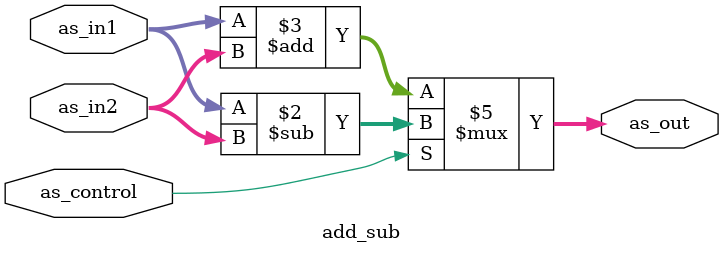
<source format=v>
`timescale 1ns / 1ps

module linear_cordic_vectoring_mode (clk, reset, X_i, Y_i, Z_i, X_O, Y_O, Z_O);
  
  input clk;
  input reset;

  input  signed [15:0] X_i;
  input  signed [15:0] Y_i;
  input  signed [15:0] Z_i;
  output signed [15:0] X_O;
  output signed [15:0] Y_O;
  output signed [15:0] Z_O;
  
  localparam signed [15:0] ONE_Q14 = 16'sd16384; // 1.0 in Q1.14 (1 sign bit + 1 integer bit + 14 fractional bits)

//stage#1  
wire signed [15:0] as_O_asy_w_st1, as_O_asz_w_st1; 
wire signed [15:0] X_w_st1_st2, Y_w_st1_st2, Z_w_st1_st2;

reg16b  reg16bxout_st1(.reg_in(X_i), .reg_out(X_w_st1_st2), .clk(clk), .reset(reset));

add_sub asy_st1(.as_in1(Y_i), .as_in2(X_i), .as_control(~Y_i[15]), .as_out(as_O_asy_w_st1));
reg16b  reg16byout_st1(.reg_in(as_O_asy_w_st1), .reg_out(Y_w_st1_st2), .clk(clk), .reset(reset));

add_sub asz_st1(.as_in1(Z_i), .as_in2(ONE_Q14), .as_control(Y_i[15]), .as_out(as_O_asz_w_st1));
reg16b  reg16bzout_st1(.reg_in(as_O_asz_w_st1), .reg_out(Z_w_st1_st2), .clk(clk), .reset(reset));




//stage#2
wire signed [15:0] as_O_asx_w_st2, as_O_asy_w_st2, as_O_asz_w_st2, X_w_st2_st3, Y_w_st2_st3, Z_w_st2_st3;

reg16b  reg16bxout_st2(.reg_in(X_w_st1_st2), .reg_out(X_w_st2_st3), .clk(clk), .reset(reset));

add_sub asy_st2(.as_in1(Y_w_st1_st2), .as_in2(X_w_st1_st2 >>> 1), .as_control(~Y_w_st1_st2[15]), .as_out(as_O_asy_w_st2));
reg16b  reg16byout_st2(.reg_in(as_O_asy_w_st2), .reg_out(Y_w_st2_st3), .clk(clk), .reset(reset));

add_sub asz_st2(.as_in1(Z_w_st1_st2), .as_in2(ONE_Q14 >>> 1), .as_control(Y_w_st1_st2[15]), .as_out(as_O_asz_w_st2));
reg16b  reg16bzout_st2(.reg_in(as_O_asz_w_st2), .reg_out(Z_w_st2_st3), .clk(clk), .reset(reset));



//stage#3
wire signed [15:0] as_O_asx_w_st3, as_O_asy_w_st3, as_O_asz_w_st3, X_w_st3_st4, Y_w_st3_st4, Z_w_st3_st4;

reg16b  reg16bxout_st3(.reg_in(X_w_st2_st3), .reg_out(X_w_st3_st4), .clk(clk), .reset(reset));

add_sub asy_st3(.as_in1(Y_w_st2_st3), .as_in2(X_w_st2_st3 >>> 2), .as_control(~Y_w_st2_st3[15]), .as_out(as_O_asy_w_st3));
reg16b  reg16byout_st3(.reg_in(as_O_asy_w_st3), .reg_out(Y_w_st3_st4), .clk(clk), .reset(reset));

add_sub asz_st3(.as_in1(Z_w_st2_st3), .as_in2(ONE_Q14 >>> 2), .as_control(Y_w_st2_st3[15]), .as_out(as_O_asz_w_st3));
reg16b  reg16bzout_st3(.reg_in(as_O_asz_w_st3), .reg_out(Z_w_st3_st4), .clk(clk), .reset(reset));



//stage#4
wire signed [15:0] as_O_asx_w_st4, as_O_asy_w_st4, as_O_asz_w_st4, X_w_st4_st5, Y_w_st4_st5, Z_w_st4_st5;

reg16b  reg16bxout_st4(.reg_in(X_w_st3_st4), .reg_out(X_w_st4_st5), .clk(clk), .reset(reset));

add_sub asy_st4(.as_in1(Y_w_st3_st4), .as_in2(X_w_st3_st4 >>> 3), .as_control(~Y_w_st3_st4[15]), .as_out(as_O_asy_w_st4));
reg16b  reg16byout_st4(.reg_in(as_O_asy_w_st4), .reg_out(Y_w_st4_st5), .clk(clk), .reset(reset));

add_sub asz_st4(.as_in1(Z_w_st3_st4), .as_in2(ONE_Q14 >>> 3), .as_control(Y_w_st3_st4[15]), .as_out(as_O_asz_w_st4));
reg16b  reg16bzout_st4(.reg_in(as_O_asz_w_st4), .reg_out(Z_w_st4_st5), .clk(clk), .reset(reset));



//stage#5
wire signed [15:0] as_O_asx_w_st5, as_O_asy_w_st5, as_O_asz_w_st5, X_w_st5_st6, Y_w_st5_st6, Z_w_st5_st6;

reg16b  reg16bxout_st5(.reg_in(X_w_st4_st5), .reg_out(X_w_st5_st6), .clk(clk), .reset(reset));

add_sub asy_st5(.as_in1(Y_w_st4_st5), .as_in2(X_w_st4_st5 >>> 4), .as_control(~Y_w_st4_st5[15]), .as_out(as_O_asy_w_st5));
reg16b  reg16byout_st5(.reg_in(as_O_asy_w_st5), .reg_out(Y_w_st5_st6), .clk(clk), .reset(reset));

add_sub asz_st5(.as_in1(Z_w_st4_st5), .as_in2(ONE_Q14 >>> 4), .as_control(Y_w_st4_st5[15]), .as_out(as_O_asz_w_st5));
reg16b  reg16bzout_st5(.reg_in(as_O_asz_w_st5), .reg_out(Z_w_st5_st6), .clk(clk), .reset(reset));



//stage#6
wire signed [15:0] as_O_asx_w_st6, as_O_asy_w_st6, as_O_asz_w_st6, X_w_st6_st7, Y_w_st6_st7, Z_w_st6_st7;

reg16b  reg16bxout_st6(.reg_in(X_w_st5_st6), .reg_out(X_w_st6_st7), .clk(clk), .reset(reset));

add_sub asy_st6(.as_in1(Y_w_st5_st6), .as_in2(X_w_st5_st6 >>> 5), .as_control(~Y_w_st5_st6[15]), .as_out(as_O_asy_w_st6));
reg16b  reg16byout_st6(.reg_in(as_O_asy_w_st6), .reg_out(Y_w_st6_st7), .clk(clk), .reset(reset));

add_sub asz_st6(.as_in1(Z_w_st5_st6), .as_in2(ONE_Q14 >>> 5), .as_control(Y_w_st5_st6[15]), .as_out(as_O_asz_w_st6));
reg16b  reg16bzout_st6(.reg_in(as_O_asz_w_st6), .reg_out(Z_w_st6_st7), .clk(clk), .reset(reset));



//stage#7
wire signed [15:0] as_O_asx_w_st7, as_O_asy_w_st7, as_O_asz_w_st7, X_w_st7_st8, Y_w_st7_st8, Z_w_st7_st8;

reg16b  reg16bxout_st7(.reg_in(X_w_st6_st7), .reg_out(X_w_st7_st8), .clk(clk), .reset(reset));

add_sub asy_st7(.as_in1(Y_w_st6_st7), .as_in2(X_w_st6_st7 >>> 6), .as_control(~Y_w_st6_st7[15]), .as_out(as_O_asy_w_st7));
reg16b  reg16byout_st7(.reg_in(as_O_asy_w_st7), .reg_out(Y_w_st7_st8), .clk(clk), .reset(reset));

add_sub asz_st7(.as_in1(Z_w_st6_st7), .as_in2(ONE_Q14 >>> 6), .as_control(Y_w_st6_st7[15]), .as_out(as_O_asz_w_st7));
reg16b  reg16bzout_st7(.reg_in(as_O_asz_w_st7), .reg_out(Z_w_st7_st8), .clk(clk), .reset(reset));



//stage#8
wire signed [15:0] as_O_asx_w_st8, as_O_asy_w_st8, as_O_asz_w_st8, X_w_st8_st9, Y_w_st8_st9, Z_w_st8_st9;

reg16b  reg16bxout_st8(.reg_in(X_w_st7_st8), .reg_out(X_w_st8_st9), .clk(clk), .reset(reset));

add_sub asy_st8(.as_in1(Y_w_st7_st8), .as_in2(X_w_st7_st8 >>> 7), .as_control(~Y_w_st7_st8[15]), .as_out(as_O_asy_w_st8));
reg16b  reg16byout_st8(.reg_in(as_O_asy_w_st8), .reg_out(Y_w_st8_st9), .clk(clk), .reset(reset));

add_sub asz_st8(.as_in1(Z_w_st7_st8), .as_in2(ONE_Q14 >>> 7), .as_control(Y_w_st7_st8[15]), .as_out(as_O_asz_w_st8));
reg16b  reg16bzout_st8(.reg_in(as_O_asz_w_st8), .reg_out(Z_w_st8_st9), .clk(clk), .reset(reset));



//stage#9
wire signed [15:0] as_O_asx_w_st9, as_O_asy_w_st9, as_O_asz_w_st9, X_w_st9_st10, Y_w_st9_st10, Z_w_st9_st10;

reg16b  reg16bxout_st9(.reg_in(X_w_st8_st9), .reg_out(X_w_st9_st10), .clk(clk), .reset(reset));

add_sub asy_st9(.as_in1(Y_w_st8_st9), .as_in2(X_w_st8_st9 >>> 8), .as_control(~Y_w_st8_st9[15]), .as_out(as_O_asy_w_st9));
reg16b  reg16byout_st9(.reg_in(as_O_asy_w_st9), .reg_out(Y_w_st9_st10), .clk(clk), .reset(reset));

add_sub asz_st9(.as_in1(Z_w_st8_st9), .as_in2(ONE_Q14 >>> 8), .as_control(Y_w_st8_st9[15]), .as_out(as_O_asz_w_st9));
reg16b  reg16bzout_st9(.reg_in(as_O_asz_w_st9), .reg_out(Z_w_st9_st10), .clk(clk), .reset(reset));



//stage#10
wire signed [15:0] as_O_asx_w_st10, as_O_asy_w_st10, as_O_asz_w_st10, X_w_st10_st11, Y_w_st10_st11, Z_w_st10_st11;

reg16b  reg16bxout_st10(.reg_in(X_w_st9_st10), .reg_out(X_w_st10_st11), .clk(clk), .reset(reset));

add_sub asy_st10(.as_in1(Y_w_st9_st10), .as_in2(X_w_st9_st10 >>> 9), .as_control(~Y_w_st9_st10[15]), .as_out(as_O_asy_w_st10));
reg16b  reg16byout_st10(.reg_in(as_O_asy_w_st10), .reg_out(Y_w_st10_st11), .clk(clk), .reset(reset));

add_sub asz_st10(.as_in1(Z_w_st9_st10), .as_in2(ONE_Q14 >>> 9), .as_control(Y_w_st9_st10[15]), .as_out(as_O_asz_w_st10));
reg16b  reg16bzout_st10(.reg_in(as_O_asz_w_st10), .reg_out(Z_w_st10_st11), .clk(clk), .reset(reset));



//stage#11
wire signed [15:0] as_O_asx_w_st11, as_O_asy_w_st11, as_O_asz_w_st11, X_w_st11_st12, Y_w_st11_st12, Z_w_st11_st12;

reg16b  reg16bxout_st11(.reg_in(X_w_st10_st11), .reg_out(X_w_st11_st12), .clk(clk), .reset(reset));

add_sub asy_st11(.as_in1(Y_w_st10_st11), .as_in2(X_w_st10_st11 >>> 10), .as_control(~Y_w_st10_st11[15]), .as_out(as_O_asy_w_st11));
reg16b  reg16byout_st11(.reg_in(as_O_asy_w_st11), .reg_out(Y_w_st11_st12), .clk(clk), .reset(reset));

add_sub asz_st11(.as_in1(Z_w_st10_st11), .as_in2(ONE_Q14 >>> 10), .as_control(Y_w_st10_st11[15]), .as_out(as_O_asz_w_st11));
reg16b  reg16bzout_st11(.reg_in(as_O_asz_w_st11), .reg_out(Z_w_st11_st12), .clk(clk), .reset(reset));



//stage#12
wire signed [15:0] as_O_asx_w_st12, as_O_asy_w_st12, as_O_asz_w_st12, X_w_st12_st13, Y_w_st12_st13, Z_w_st12_st13;

reg16b  reg16bxout_st12(.reg_in(X_w_st11_st12), .reg_out(X_w_st12_st13), .clk(clk), .reset(reset));

add_sub asy_st12(.as_in1(Y_w_st11_st12), .as_in2(X_w_st11_st12 >>> 11), .as_control(~Y_w_st11_st12[15]), .as_out(as_O_asy_w_st12));
reg16b  reg16byout_st12(.reg_in(as_O_asy_w_st12), .reg_out(Y_w_st12_st13), .clk(clk), .reset(reset));

add_sub asz_st12(.as_in1(Z_w_st11_st12), .as_in2(ONE_Q14 >>> 11), .as_control(Y_w_st11_st12[15]), .as_out(as_O_asz_w_st12));
reg16b  reg16bzout_st12(.reg_in(as_O_asz_w_st12), .reg_out(Z_w_st12_st13), .clk(clk), .reset(reset));



//stage#13
wire signed [15:0] as_O_asx_w_st13, as_O_asy_w_st13, as_O_asz_w_st13, X_w_st13_st14, Y_w_st13_st14, Z_w_st13_st14;

reg16b  reg16bxout_st13(.reg_in(X_w_st12_st13), .reg_out(X_w_st13_st14), .clk(clk), .reset(reset));

add_sub asy_st13(.as_in1(Y_w_st12_st13), .as_in2(X_w_st12_st13 >>> 12), .as_control(~Y_w_st12_st13[15]), .as_out(as_O_asy_w_st13));
reg16b  reg16byout_st13(.reg_in(as_O_asy_w_st13), .reg_out(Y_w_st13_st14), .clk(clk), .reset(reset));

add_sub asz_st13(.as_in1(Z_w_st12_st13), .as_in2(ONE_Q14 >>> 12), .as_control(Y_w_st12_st13[15]), .as_out(as_O_asz_w_st13));
reg16b  reg16bzout_st13(.reg_in(as_O_asz_w_st13), .reg_out(Z_w_st13_st14), .clk(clk), .reset(reset));



//stage#14
wire signed [15:0] as_O_asx_w_st14, as_O_asy_w_st14, as_O_asz_w_st14, X_w_st14_st15, Y_w_st14_st15, Z_w_st14_st15;

reg16b  reg16bxout_st14(.reg_in(X_w_st13_st14), .reg_out(X_w_st14_st15), .clk(clk), .reset(reset));

add_sub asy_st14(.as_in1(Y_w_st13_st14), .as_in2(X_w_st13_st14 >>> 13), .as_control(~Y_w_st13_st14[15]), .as_out(as_O_asy_w_st14));
reg16b  reg16byout_st14(.reg_in(as_O_asy_w_st14), .reg_out(Y_w_st14_st15), .clk(clk), .reset(reset));

add_sub asz_st14(.as_in1(Z_w_st13_st14), .as_in2(ONE_Q14 >>> 13), .as_control(Y_w_st13_st14[15]), .as_out(as_O_asz_w_st14));
reg16b  reg16bzout_st14(.reg_in(as_O_asz_w_st14), .reg_out(Z_w_st14_st15), .clk(clk), .reset(reset));



//stage#15
wire signed [15:0] as_O_asx_w_st15, as_O_asy_w_st15, as_O_asz_w_st15, X_w_st15_st16, Y_w_st15_st16, Z_w_st15_st16;

reg16b  reg16bxout_st15(.reg_in(X_w_st14_st15), .reg_out(X_w_st15_st16), .clk(clk), .reset(reset));

add_sub asy_st15(.as_in1(Y_w_st14_st15), .as_in2(X_w_st14_st15 >>> 14), .as_control(~Y_w_st14_st15[15]), .as_out(as_O_asy_w_st15));
reg16b  reg16byout_st15(.reg_in(as_O_asy_w_st15), .reg_out(Y_w_st15_st16), .clk(clk), .reset(reset));

add_sub asz_st15(.as_in1(Z_w_st14_st15), .as_in2(ONE_Q14 >>> 14), .as_control(Y_w_st14_st15[15]), .as_out(as_O_asz_w_st15));
reg16b  reg16bzout_st15(.reg_in(as_O_asz_w_st15), .reg_out(Z_w_st15_st16), .clk(clk), .reset(reset));



//stage#16
wire signed [15:0] as_O_asx_w_st16, as_O_asy_w_st16, as_O_asz_w_st16, X_w_st16_st17, Y_w_st16_st17, Z_w_st16_st17;

reg16b  reg16bxout_st16(.reg_in(X_w_st15_st16), .reg_out(X_O), .clk(clk), .reset(reset));

add_sub asy_st16(.as_in1(Y_w_st15_st16), .as_in2(X_w_st15_st16 >>> 15), .as_control(~Y_w_st15_st16[15]), .as_out(as_O_asy_w_st16));
reg16b  reg16byout_st16(.reg_in(as_O_asy_w_st16), .reg_out(Y_O), .clk(clk), .reset(reset));

add_sub asz_st16(.as_in1(Z_w_st15_st16), .as_in2(ONE_Q14 >>> 15), .as_control(Y_w_st15_st16[15]), .as_out(as_O_asz_w_st16));
reg16b  reg16bzout_st16(.reg_in(as_O_asz_w_st16), .reg_out(Z_O), .clk(clk), .reset(reset));


endmodule




module reg16b(reg_in, reg_out, clk, reset);
input clk, reset;
input signed [15:0] reg_in;
output reg signed [15:0] reg_out;

always @(posedge clk)
begin
    if (reset)
      reg_out <= 16'sd0;
    else
      reg_out <= reg_in;     
end
endmodule  




module add_sub(as_in1, as_in2,as_control, as_out);
input signed [15:0] as_in1, as_in2;
input as_control;
output reg signed [15:0] as_out;

always @(*)
begin
  if (as_control)
    as_out = as_in1 - as_in2;
  else
    as_out = as_in1 + as_in2;
end
endmodule

</source>
